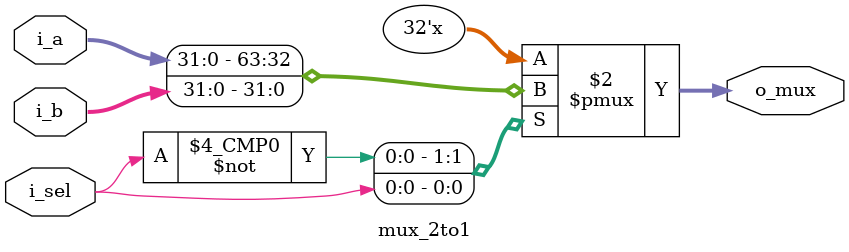
<source format=v>

module mux_2to1
#(
    parameter NB_MUX = 32                //! NB of data
) (
    // Output
    output reg [NB_MUX - 1 : 0] o_mux,  //! Mux output
                                       
    // Inputs                          
    input  wire [NB_MUX - 1 : 0] i_a  ,  //! First input
    input  wire [NB_MUX - 1 : 0] i_b  ,  //! Second input
    input  wire                  i_sel   //! Select signal
);

    //! Output Logic
    always @(*) begin
        case (i_sel)
            1'b0: o_mux = i_a; 
            1'b1: o_mux = i_b; 
        endcase
    end
    
endmodule
</source>
